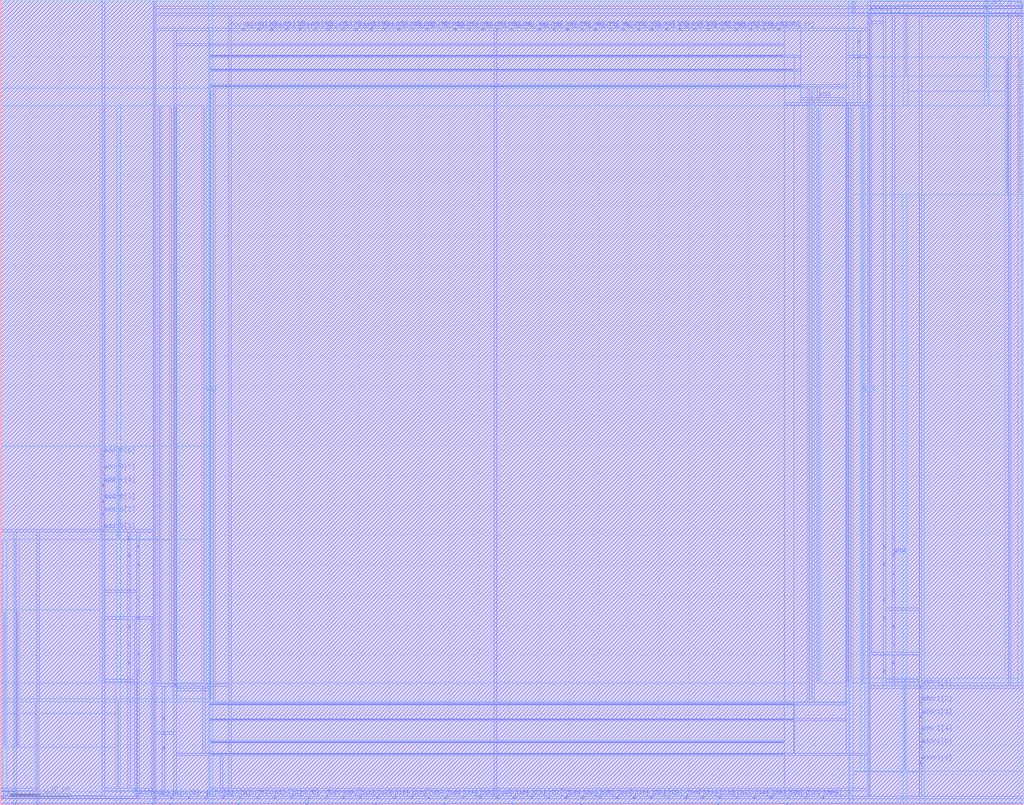
<source format=lef>
VERSION 5.4 ;
NAMESCASESENSITIVE ON ;
BUSBITCHARS "[]" ;
DIVIDERCHAR "/" ;
UNITS
  DATABASE MICRONS 2000 ;
END UNITS
MACRO freepdk45_sram_1w1r_128x40
   CLASS BLOCK ;
   SIZE 170.995 BY 134.51 ;
   SYMMETRY X Y R90 ;
   PIN din0[0]
      DIRECTION INPUT ;
      PORT
         LAYER metal3 ;
         RECT  25.725 1.1075 25.86 1.2425 ;
      END
   END din0[0]
   PIN din0[1]
      DIRECTION INPUT ;
      PORT
         LAYER metal3 ;
         RECT  28.585 1.1075 28.72 1.2425 ;
      END
   END din0[1]
   PIN din0[2]
      DIRECTION INPUT ;
      PORT
         LAYER metal3 ;
         RECT  31.445 1.1075 31.58 1.2425 ;
      END
   END din0[2]
   PIN din0[3]
      DIRECTION INPUT ;
      PORT
         LAYER metal3 ;
         RECT  34.305 1.1075 34.44 1.2425 ;
      END
   END din0[3]
   PIN din0[4]
      DIRECTION INPUT ;
      PORT
         LAYER metal3 ;
         RECT  37.165 1.1075 37.3 1.2425 ;
      END
   END din0[4]
   PIN din0[5]
      DIRECTION INPUT ;
      PORT
         LAYER metal3 ;
         RECT  40.025 1.1075 40.16 1.2425 ;
      END
   END din0[5]
   PIN din0[6]
      DIRECTION INPUT ;
      PORT
         LAYER metal3 ;
         RECT  42.885 1.1075 43.02 1.2425 ;
      END
   END din0[6]
   PIN din0[7]
      DIRECTION INPUT ;
      PORT
         LAYER metal3 ;
         RECT  45.745 1.1075 45.88 1.2425 ;
      END
   END din0[7]
   PIN din0[8]
      DIRECTION INPUT ;
      PORT
         LAYER metal3 ;
         RECT  48.605 1.1075 48.74 1.2425 ;
      END
   END din0[8]
   PIN din0[9]
      DIRECTION INPUT ;
      PORT
         LAYER metal3 ;
         RECT  51.465 1.1075 51.6 1.2425 ;
      END
   END din0[9]
   PIN din0[10]
      DIRECTION INPUT ;
      PORT
         LAYER metal3 ;
         RECT  54.325 1.1075 54.46 1.2425 ;
      END
   END din0[10]
   PIN din0[11]
      DIRECTION INPUT ;
      PORT
         LAYER metal3 ;
         RECT  57.185 1.1075 57.32 1.2425 ;
      END
   END din0[11]
   PIN din0[12]
      DIRECTION INPUT ;
      PORT
         LAYER metal3 ;
         RECT  60.045 1.1075 60.18 1.2425 ;
      END
   END din0[12]
   PIN din0[13]
      DIRECTION INPUT ;
      PORT
         LAYER metal3 ;
         RECT  62.905 1.1075 63.04 1.2425 ;
      END
   END din0[13]
   PIN din0[14]
      DIRECTION INPUT ;
      PORT
         LAYER metal3 ;
         RECT  65.765 1.1075 65.9 1.2425 ;
      END
   END din0[14]
   PIN din0[15]
      DIRECTION INPUT ;
      PORT
         LAYER metal3 ;
         RECT  68.625 1.1075 68.76 1.2425 ;
      END
   END din0[15]
   PIN din0[16]
      DIRECTION INPUT ;
      PORT
         LAYER metal3 ;
         RECT  71.485 1.1075 71.62 1.2425 ;
      END
   END din0[16]
   PIN din0[17]
      DIRECTION INPUT ;
      PORT
         LAYER metal3 ;
         RECT  74.345 1.1075 74.48 1.2425 ;
      END
   END din0[17]
   PIN din0[18]
      DIRECTION INPUT ;
      PORT
         LAYER metal3 ;
         RECT  77.205 1.1075 77.34 1.2425 ;
      END
   END din0[18]
   PIN din0[19]
      DIRECTION INPUT ;
      PORT
         LAYER metal3 ;
         RECT  80.065 1.1075 80.2 1.2425 ;
      END
   END din0[19]
   PIN din0[20]
      DIRECTION INPUT ;
      PORT
         LAYER metal3 ;
         RECT  82.925 1.1075 83.06 1.2425 ;
      END
   END din0[20]
   PIN din0[21]
      DIRECTION INPUT ;
      PORT
         LAYER metal3 ;
         RECT  85.785 1.1075 85.92 1.2425 ;
      END
   END din0[21]
   PIN din0[22]
      DIRECTION INPUT ;
      PORT
         LAYER metal3 ;
         RECT  88.645 1.1075 88.78 1.2425 ;
      END
   END din0[22]
   PIN din0[23]
      DIRECTION INPUT ;
      PORT
         LAYER metal3 ;
         RECT  91.505 1.1075 91.64 1.2425 ;
      END
   END din0[23]
   PIN din0[24]
      DIRECTION INPUT ;
      PORT
         LAYER metal3 ;
         RECT  94.365 1.1075 94.5 1.2425 ;
      END
   END din0[24]
   PIN din0[25]
      DIRECTION INPUT ;
      PORT
         LAYER metal3 ;
         RECT  97.225 1.1075 97.36 1.2425 ;
      END
   END din0[25]
   PIN din0[26]
      DIRECTION INPUT ;
      PORT
         LAYER metal3 ;
         RECT  100.085 1.1075 100.22 1.2425 ;
      END
   END din0[26]
   PIN din0[27]
      DIRECTION INPUT ;
      PORT
         LAYER metal3 ;
         RECT  102.945 1.1075 103.08 1.2425 ;
      END
   END din0[27]
   PIN din0[28]
      DIRECTION INPUT ;
      PORT
         LAYER metal3 ;
         RECT  105.805 1.1075 105.94 1.2425 ;
      END
   END din0[28]
   PIN din0[29]
      DIRECTION INPUT ;
      PORT
         LAYER metal3 ;
         RECT  108.665 1.1075 108.8 1.2425 ;
      END
   END din0[29]
   PIN din0[30]
      DIRECTION INPUT ;
      PORT
         LAYER metal3 ;
         RECT  111.525 1.1075 111.66 1.2425 ;
      END
   END din0[30]
   PIN din0[31]
      DIRECTION INPUT ;
      PORT
         LAYER metal3 ;
         RECT  114.385 1.1075 114.52 1.2425 ;
      END
   END din0[31]
   PIN din0[32]
      DIRECTION INPUT ;
      PORT
         LAYER metal3 ;
         RECT  117.245 1.1075 117.38 1.2425 ;
      END
   END din0[32]
   PIN din0[33]
      DIRECTION INPUT ;
      PORT
         LAYER metal3 ;
         RECT  120.105 1.1075 120.24 1.2425 ;
      END
   END din0[33]
   PIN din0[34]
      DIRECTION INPUT ;
      PORT
         LAYER metal3 ;
         RECT  122.965 1.1075 123.1 1.2425 ;
      END
   END din0[34]
   PIN din0[35]
      DIRECTION INPUT ;
      PORT
         LAYER metal3 ;
         RECT  125.825 1.1075 125.96 1.2425 ;
      END
   END din0[35]
   PIN din0[36]
      DIRECTION INPUT ;
      PORT
         LAYER metal3 ;
         RECT  128.685 1.1075 128.82 1.2425 ;
      END
   END din0[36]
   PIN din0[37]
      DIRECTION INPUT ;
      PORT
         LAYER metal3 ;
         RECT  131.545 1.1075 131.68 1.2425 ;
      END
   END din0[37]
   PIN din0[38]
      DIRECTION INPUT ;
      PORT
         LAYER metal3 ;
         RECT  134.405 1.1075 134.54 1.2425 ;
      END
   END din0[38]
   PIN din0[39]
      DIRECTION INPUT ;
      PORT
         LAYER metal3 ;
         RECT  137.265 1.1075 137.4 1.2425 ;
      END
   END din0[39]
   PIN addr0[0]
      DIRECTION INPUT ;
      PORT
         LAYER metal3 ;
         RECT  22.865 1.1075 23.0 1.2425 ;
      END
   END addr0[0]
   PIN addr0[1]
      DIRECTION INPUT ;
      PORT
         LAYER metal3 ;
         RECT  17.145 45.6975 17.28 45.8325 ;
      END
   END addr0[1]
   PIN addr0[2]
      DIRECTION INPUT ;
      PORT
         LAYER metal3 ;
         RECT  17.145 48.4275 17.28 48.5625 ;
      END
   END addr0[2]
   PIN addr0[3]
      DIRECTION INPUT ;
      PORT
         LAYER metal3 ;
         RECT  17.145 50.6375 17.28 50.7725 ;
      END
   END addr0[3]
   PIN addr0[4]
      DIRECTION INPUT ;
      PORT
         LAYER metal3 ;
         RECT  17.145 53.3675 17.28 53.5025 ;
      END
   END addr0[4]
   PIN addr0[5]
      DIRECTION INPUT ;
      PORT
         LAYER metal3 ;
         RECT  17.145 55.5775 17.28 55.7125 ;
      END
   END addr0[5]
   PIN addr0[6]
      DIRECTION INPUT ;
      PORT
         LAYER metal3 ;
         RECT  17.145 58.3075 17.28 58.4425 ;
      END
   END addr0[6]
   PIN addr1[0]
      DIRECTION INPUT ;
      PORT
         LAYER metal3 ;
         RECT  144.995 132.0025 145.13 132.1375 ;
      END
   END addr1[0]
   PIN addr1[1]
      DIRECTION INPUT ;
      PORT
         LAYER metal3 ;
         RECT  153.575 19.5675 153.71 19.7025 ;
      END
   END addr1[1]
   PIN addr1[2]
      DIRECTION INPUT ;
      PORT
         LAYER metal3 ;
         RECT  153.575 16.8375 153.71 16.9725 ;
      END
   END addr1[2]
   PIN addr1[3]
      DIRECTION INPUT ;
      PORT
         LAYER metal3 ;
         RECT  153.575 14.6275 153.71 14.7625 ;
      END
   END addr1[3]
   PIN addr1[4]
      DIRECTION INPUT ;
      PORT
         LAYER metal3 ;
         RECT  153.575 11.8975 153.71 12.0325 ;
      END
   END addr1[4]
   PIN addr1[5]
      DIRECTION INPUT ;
      PORT
         LAYER metal3 ;
         RECT  153.575 9.6875 153.71 9.8225 ;
      END
   END addr1[5]
   PIN addr1[6]
      DIRECTION INPUT ;
      PORT
         LAYER metal3 ;
         RECT  153.575 6.9575 153.71 7.0925 ;
      END
   END addr1[6]
   PIN csb0
      DIRECTION INPUT ;
      PORT
         LAYER metal3 ;
         RECT  0.285 1.1075 0.42 1.2425 ;
      END
   END csb0
   PIN csb1
      DIRECTION INPUT ;
      PORT
         LAYER metal3 ;
         RECT  170.575 133.2675 170.71 133.4025 ;
      END
   END csb1
   PIN clk0
      DIRECTION INPUT ;
      PORT
         LAYER metal3 ;
         RECT  6.2475 1.1925 6.3825 1.3275 ;
      END
   END clk0
   PIN clk1
      DIRECTION INPUT ;
      PORT
         LAYER metal3 ;
         RECT  164.4725 133.1825 164.6075 133.3175 ;
      END
   END clk1
   PIN dout1[0]
      DIRECTION OUTPUT ;
      PORT
         LAYER metal3 ;
         RECT  38.2975 129.515 38.4325 129.65 ;
      END
   END dout1[0]
   PIN dout1[1]
      DIRECTION OUTPUT ;
      PORT
         LAYER metal3 ;
         RECT  40.6475 129.515 40.7825 129.65 ;
      END
   END dout1[1]
   PIN dout1[2]
      DIRECTION OUTPUT ;
      PORT
         LAYER metal3 ;
         RECT  42.9975 129.515 43.1325 129.65 ;
      END
   END dout1[2]
   PIN dout1[3]
      DIRECTION OUTPUT ;
      PORT
         LAYER metal3 ;
         RECT  45.3475 129.515 45.4825 129.65 ;
      END
   END dout1[3]
   PIN dout1[4]
      DIRECTION OUTPUT ;
      PORT
         LAYER metal3 ;
         RECT  47.6975 129.515 47.8325 129.65 ;
      END
   END dout1[4]
   PIN dout1[5]
      DIRECTION OUTPUT ;
      PORT
         LAYER metal3 ;
         RECT  50.0475 129.515 50.1825 129.65 ;
      END
   END dout1[5]
   PIN dout1[6]
      DIRECTION OUTPUT ;
      PORT
         LAYER metal3 ;
         RECT  52.3975 129.515 52.5325 129.65 ;
      END
   END dout1[6]
   PIN dout1[7]
      DIRECTION OUTPUT ;
      PORT
         LAYER metal3 ;
         RECT  54.7475 129.515 54.8825 129.65 ;
      END
   END dout1[7]
   PIN dout1[8]
      DIRECTION OUTPUT ;
      PORT
         LAYER metal3 ;
         RECT  57.0975 129.515 57.2325 129.65 ;
      END
   END dout1[8]
   PIN dout1[9]
      DIRECTION OUTPUT ;
      PORT
         LAYER metal3 ;
         RECT  59.4475 129.515 59.5825 129.65 ;
      END
   END dout1[9]
   PIN dout1[10]
      DIRECTION OUTPUT ;
      PORT
         LAYER metal3 ;
         RECT  61.7975 129.515 61.9325 129.65 ;
      END
   END dout1[10]
   PIN dout1[11]
      DIRECTION OUTPUT ;
      PORT
         LAYER metal3 ;
         RECT  64.1475 129.515 64.2825 129.65 ;
      END
   END dout1[11]
   PIN dout1[12]
      DIRECTION OUTPUT ;
      PORT
         LAYER metal3 ;
         RECT  66.4975 129.515 66.6325 129.65 ;
      END
   END dout1[12]
   PIN dout1[13]
      DIRECTION OUTPUT ;
      PORT
         LAYER metal3 ;
         RECT  68.8475 129.515 68.9825 129.65 ;
      END
   END dout1[13]
   PIN dout1[14]
      DIRECTION OUTPUT ;
      PORT
         LAYER metal3 ;
         RECT  71.1975 129.515 71.3325 129.65 ;
      END
   END dout1[14]
   PIN dout1[15]
      DIRECTION OUTPUT ;
      PORT
         LAYER metal3 ;
         RECT  73.5475 129.515 73.6825 129.65 ;
      END
   END dout1[15]
   PIN dout1[16]
      DIRECTION OUTPUT ;
      PORT
         LAYER metal3 ;
         RECT  75.8975 129.515 76.0325 129.65 ;
      END
   END dout1[16]
   PIN dout1[17]
      DIRECTION OUTPUT ;
      PORT
         LAYER metal3 ;
         RECT  78.2475 129.515 78.3825 129.65 ;
      END
   END dout1[17]
   PIN dout1[18]
      DIRECTION OUTPUT ;
      PORT
         LAYER metal3 ;
         RECT  80.5975 129.515 80.7325 129.65 ;
      END
   END dout1[18]
   PIN dout1[19]
      DIRECTION OUTPUT ;
      PORT
         LAYER metal3 ;
         RECT  82.9475 129.515 83.0825 129.65 ;
      END
   END dout1[19]
   PIN dout1[20]
      DIRECTION OUTPUT ;
      PORT
         LAYER metal3 ;
         RECT  85.2975 129.515 85.4325 129.65 ;
      END
   END dout1[20]
   PIN dout1[21]
      DIRECTION OUTPUT ;
      PORT
         LAYER metal3 ;
         RECT  87.6475 129.515 87.7825 129.65 ;
      END
   END dout1[21]
   PIN dout1[22]
      DIRECTION OUTPUT ;
      PORT
         LAYER metal3 ;
         RECT  89.9975 129.515 90.1325 129.65 ;
      END
   END dout1[22]
   PIN dout1[23]
      DIRECTION OUTPUT ;
      PORT
         LAYER metal3 ;
         RECT  92.3475 129.515 92.4825 129.65 ;
      END
   END dout1[23]
   PIN dout1[24]
      DIRECTION OUTPUT ;
      PORT
         LAYER metal3 ;
         RECT  94.6975 129.515 94.8325 129.65 ;
      END
   END dout1[24]
   PIN dout1[25]
      DIRECTION OUTPUT ;
      PORT
         LAYER metal3 ;
         RECT  97.0475 129.515 97.1825 129.65 ;
      END
   END dout1[25]
   PIN dout1[26]
      DIRECTION OUTPUT ;
      PORT
         LAYER metal3 ;
         RECT  99.3975 129.515 99.5325 129.65 ;
      END
   END dout1[26]
   PIN dout1[27]
      DIRECTION OUTPUT ;
      PORT
         LAYER metal3 ;
         RECT  101.7475 129.515 101.8825 129.65 ;
      END
   END dout1[27]
   PIN dout1[28]
      DIRECTION OUTPUT ;
      PORT
         LAYER metal3 ;
         RECT  104.0975 129.515 104.2325 129.65 ;
      END
   END dout1[28]
   PIN dout1[29]
      DIRECTION OUTPUT ;
      PORT
         LAYER metal3 ;
         RECT  106.4475 129.515 106.5825 129.65 ;
      END
   END dout1[29]
   PIN dout1[30]
      DIRECTION OUTPUT ;
      PORT
         LAYER metal3 ;
         RECT  108.7975 129.515 108.9325 129.65 ;
      END
   END dout1[30]
   PIN dout1[31]
      DIRECTION OUTPUT ;
      PORT
         LAYER metal3 ;
         RECT  111.1475 129.515 111.2825 129.65 ;
      END
   END dout1[31]
   PIN dout1[32]
      DIRECTION OUTPUT ;
      PORT
         LAYER metal3 ;
         RECT  113.4975 129.515 113.6325 129.65 ;
      END
   END dout1[32]
   PIN dout1[33]
      DIRECTION OUTPUT ;
      PORT
         LAYER metal3 ;
         RECT  115.8475 129.515 115.9825 129.65 ;
      END
   END dout1[33]
   PIN dout1[34]
      DIRECTION OUTPUT ;
      PORT
         LAYER metal3 ;
         RECT  118.1975 129.515 118.3325 129.65 ;
      END
   END dout1[34]
   PIN dout1[35]
      DIRECTION OUTPUT ;
      PORT
         LAYER metal3 ;
         RECT  120.5475 129.515 120.6825 129.65 ;
      END
   END dout1[35]
   PIN dout1[36]
      DIRECTION OUTPUT ;
      PORT
         LAYER metal3 ;
         RECT  122.8975 129.515 123.0325 129.65 ;
      END
   END dout1[36]
   PIN dout1[37]
      DIRECTION OUTPUT ;
      PORT
         LAYER metal3 ;
         RECT  125.2475 129.515 125.3825 129.65 ;
      END
   END dout1[37]
   PIN dout1[38]
      DIRECTION OUTPUT ;
      PORT
         LAYER metal3 ;
         RECT  127.5975 129.515 127.7325 129.65 ;
      END
   END dout1[38]
   PIN dout1[39]
      DIRECTION OUTPUT ;
      PORT
         LAYER metal3 ;
         RECT  129.9475 129.515 130.0825 129.65 ;
      END
   END dout1[39]
   PIN vdd
      DIRECTION INOUT ;
      USE POWER ; 
      SHAPE ABUTMENT ; 
      PORT
         LAYER metal4 ;
         RECT  142.005 20.67 142.145 116.56 ;
         LAYER metal4 ;
         RECT  170.1675 102.26 170.3075 124.6625 ;
         LAYER metal4 ;
         RECT  35.045 17.5 35.185 119.41 ;
         LAYER metal3 ;
         RECT  82.6425 2.4725 82.7775 2.6075 ;
         LAYER metal3 ;
         RECT  71.2025 2.4725 71.3375 2.6075 ;
         LAYER metal4 ;
         RECT  16.86 44.59 17.0 59.55 ;
         LAYER metal3 ;
         RECT  29.135 19.965 29.27 20.1 ;
         LAYER metal4 ;
         RECT  135.475 17.5 135.615 119.41 ;
         LAYER metal3 ;
         RECT  22.9625 31.1375 23.0975 31.2725 ;
         LAYER metal3 ;
         RECT  35.1125 8.415 130.7525 8.485 ;
         LAYER metal3 ;
         RECT  147.5625 25.1575 147.6975 25.2925 ;
         LAYER metal4 ;
         RECT  136.555 20.67 136.695 116.49 ;
         LAYER metal3 ;
         RECT  116.9625 2.4725 117.0975 2.6075 ;
         LAYER metal3 ;
         RECT  147.5625 43.0975 147.6975 43.2325 ;
         LAYER metal4 ;
         RECT  19.58 2.47 19.72 17.43 ;
         LAYER metal3 ;
         RECT  2.425 2.4725 2.56 2.6075 ;
         LAYER metal3 ;
         RECT  22.9625 22.1675 23.0975 22.3025 ;
         LAYER metal3 ;
         RECT  22.9625 43.0975 23.0975 43.2325 ;
         LAYER metal3 ;
         RECT  27.225 11.9075 27.36 12.0425 ;
         LAYER metal3 ;
         RECT  35.1125 126.9575 130.7525 127.0275 ;
         LAYER metal3 ;
         RECT  22.9625 34.1275 23.0975 34.2625 ;
         LAYER metal3 ;
         RECT  141.39 117.06 141.525 117.195 ;
         LAYER metal4 ;
         RECT  0.6875 9.8475 0.8275 32.25 ;
         LAYER metal4 ;
         RECT  151.135 122.02 151.275 132.04 ;
         LAYER metal4 ;
         RECT  28.515 20.67 28.655 116.56 ;
         LAYER metal3 ;
         RECT  35.1125 120.105 133.5725 120.175 ;
         LAYER metal3 ;
         RECT  22.5825 2.4725 22.7175 2.6075 ;
         LAYER metal3 ;
         RECT  168.435 131.9025 168.57 132.0375 ;
         LAYER metal3 ;
         RECT  145.2775 130.6375 145.4125 130.7725 ;
         LAYER metal3 ;
         RECT  25.4425 2.4725 25.5775 2.6075 ;
         LAYER metal4 ;
         RECT  153.855 5.85 153.995 20.81 ;
         LAYER metal3 ;
         RECT  147.5625 22.1675 147.6975 22.3025 ;
         LAYER metal3 ;
         RECT  33.9675 19.1775 34.1025 19.3125 ;
         LAYER metal4 ;
         RECT  33.965 20.67 34.105 116.49 ;
         LAYER metal3 ;
         RECT  94.0825 2.4725 94.2175 2.6075 ;
         LAYER metal3 ;
         RECT  22.9625 25.1575 23.0975 25.2925 ;
         LAYER metal3 ;
         RECT  147.5625 40.1075 147.6975 40.2425 ;
         LAYER metal3 ;
         RECT  48.3225 2.4725 48.4575 2.6075 ;
         LAYER metal3 ;
         RECT  22.9625 40.1075 23.0975 40.2425 ;
         LAYER metal3 ;
         RECT  147.5625 34.1275 147.6975 34.2625 ;
         LAYER metal3 ;
         RECT  59.7625 2.4725 59.8975 2.6075 ;
         LAYER metal3 ;
         RECT  128.4025 2.4725 128.5375 2.6075 ;
         LAYER metal3 ;
         RECT  36.8825 2.4725 37.0175 2.6075 ;
         LAYER metal3 ;
         RECT  147.5625 31.1375 147.6975 31.2725 ;
         LAYER metal3 ;
         RECT  143.3 124.9375 143.435 125.0725 ;
         LAYER metal3 ;
         RECT  105.5225 2.4725 105.6575 2.6075 ;
         LAYER metal3 ;
         RECT  35.1125 16.805 132.3975 16.875 ;
         LAYER metal3 ;
         RECT  136.5575 117.8475 136.6925 117.9825 ;
      END
   END vdd
   PIN gnd
      DIRECTION INOUT ;
      USE GROUND ; 
      SHAPE ABUTMENT ; 
      PORT
         LAYER metal3 ;
         RECT  21.435 35.6225 21.57 35.7575 ;
         LAYER metal3 ;
         RECT  149.09 32.6325 149.225 32.7675 ;
         LAYER metal4 ;
         RECT  6.105 0.0 6.245 14.96 ;
         LAYER metal4 ;
         RECT  150.995 5.785 151.135 20.875 ;
         LAYER metal4 ;
         RECT  141.445 20.6375 141.585 116.5225 ;
         LAYER metal4 ;
         RECT  19.72 44.525 19.86 59.615 ;
         LAYER metal4 ;
         RECT  29.075 20.6375 29.215 116.5225 ;
         LAYER metal3 ;
         RECT  143.3 127.4075 143.435 127.5425 ;
         LAYER metal3 ;
         RECT  149.09 26.6525 149.225 26.7875 ;
         LAYER metal3 ;
         RECT  51.1825 0.0025 51.3175 0.1375 ;
         LAYER metal3 ;
         RECT  21.435 20.6725 21.57 20.8075 ;
         LAYER metal4 ;
         RECT  2.75 9.88 2.89 32.2825 ;
         LAYER metal4 ;
         RECT  26.58 20.6375 26.72 116.56 ;
         LAYER metal3 ;
         RECT  85.5025 0.0025 85.6375 0.1375 ;
         LAYER metal3 ;
         RECT  149.09 38.6125 149.225 38.7475 ;
         LAYER metal3 ;
         RECT  21.435 26.6525 21.57 26.7875 ;
         LAYER metal3 ;
         RECT  27.225 9.4375 27.36 9.5725 ;
         LAYER metal4 ;
         RECT  35.505 17.5 35.645 119.41 ;
         LAYER metal3 ;
         RECT  28.3025 0.0025 28.4375 0.1375 ;
         LAYER metal3 ;
         RECT  35.1125 125.065 130.7875 125.135 ;
         LAYER metal3 ;
         RECT  149.09 29.6425 149.225 29.7775 ;
         LAYER metal3 ;
         RECT  35.1125 10.465 130.7525 10.535 ;
         LAYER metal3 ;
         RECT  143.3 122.4675 143.435 122.6025 ;
         LAYER metal3 ;
         RECT  35.1125 14.185 132.43 14.255 ;
         LAYER metal4 ;
         RECT  168.105 102.2275 168.245 124.63 ;
         LAYER metal3 ;
         RECT  27.225 14.3775 27.36 14.5125 ;
         LAYER metal3 ;
         RECT  149.09 20.6725 149.225 20.8075 ;
         LAYER metal3 ;
         RECT  21.435 44.5925 21.57 44.7275 ;
         LAYER metal4 ;
         RECT  135.015 17.5 135.155 119.41 ;
         LAYER metal3 ;
         RECT  168.435 134.3725 168.57 134.5075 ;
         LAYER metal3 ;
         RECT  142.4175 133.1075 142.5525 133.2425 ;
         LAYER metal3 ;
         RECT  21.435 38.6125 21.57 38.7475 ;
         LAYER metal3 ;
         RECT  119.8225 0.0025 119.9575 0.1375 ;
         LAYER metal3 ;
         RECT  149.09 23.6625 149.225 23.7975 ;
         LAYER metal3 ;
         RECT  2.425 0.0025 2.56 0.1375 ;
         LAYER metal4 ;
         RECT  164.61 119.55 164.75 134.51 ;
         LAYER metal3 ;
         RECT  149.09 44.5925 149.225 44.7275 ;
         LAYER metal4 ;
         RECT  143.94 20.6375 144.08 116.56 ;
         LAYER metal3 ;
         RECT  62.6225 0.0025 62.7575 0.1375 ;
         LAYER metal3 ;
         RECT  21.435 29.6425 21.57 29.7775 ;
         LAYER metal3 ;
         RECT  149.09 35.6225 149.225 35.7575 ;
         LAYER metal3 ;
         RECT  35.1125 122.725 132.43 122.795 ;
         LAYER metal3 ;
         RECT  39.7425 0.0025 39.8775 0.1375 ;
         LAYER metal3 ;
         RECT  74.0625 0.0025 74.1975 0.1375 ;
         LAYER metal3 ;
         RECT  21.435 32.6325 21.57 32.7675 ;
         LAYER metal3 ;
         RECT  25.4425 0.0025 25.5775 0.1375 ;
         LAYER metal3 ;
         RECT  96.9425 0.0025 97.0775 0.1375 ;
         LAYER metal3 ;
         RECT  21.435 41.6025 21.57 41.7375 ;
         LAYER metal3 ;
         RECT  131.2625 0.0025 131.3975 0.1375 ;
         LAYER metal3 ;
         RECT  21.435 23.6625 21.57 23.7975 ;
         LAYER metal3 ;
         RECT  108.3825 0.0025 108.5175 0.1375 ;
         LAYER metal3 ;
         RECT  149.09 41.6025 149.225 41.7375 ;
      END
   END gnd
   OBS
   LAYER  metal1 ;
      RECT  0.14 0.14 170.855 134.37 ;
   LAYER  metal2 ;
      RECT  0.14 0.14 170.855 134.37 ;
   LAYER  metal3 ;
      RECT  26.0 0.9675 28.445 1.3825 ;
      RECT  28.86 0.9675 31.305 1.3825 ;
      RECT  31.72 0.9675 34.165 1.3825 ;
      RECT  34.58 0.9675 37.025 1.3825 ;
      RECT  37.44 0.9675 39.885 1.3825 ;
      RECT  40.3 0.9675 42.745 1.3825 ;
      RECT  43.16 0.9675 45.605 1.3825 ;
      RECT  46.02 0.9675 48.465 1.3825 ;
      RECT  48.88 0.9675 51.325 1.3825 ;
      RECT  51.74 0.9675 54.185 1.3825 ;
      RECT  54.6 0.9675 57.045 1.3825 ;
      RECT  57.46 0.9675 59.905 1.3825 ;
      RECT  60.32 0.9675 62.765 1.3825 ;
      RECT  63.18 0.9675 65.625 1.3825 ;
      RECT  66.04 0.9675 68.485 1.3825 ;
      RECT  68.9 0.9675 71.345 1.3825 ;
      RECT  71.76 0.9675 74.205 1.3825 ;
      RECT  74.62 0.9675 77.065 1.3825 ;
      RECT  77.48 0.9675 79.925 1.3825 ;
      RECT  80.34 0.9675 82.785 1.3825 ;
      RECT  83.2 0.9675 85.645 1.3825 ;
      RECT  86.06 0.9675 88.505 1.3825 ;
      RECT  88.92 0.9675 91.365 1.3825 ;
      RECT  91.78 0.9675 94.225 1.3825 ;
      RECT  94.64 0.9675 97.085 1.3825 ;
      RECT  97.5 0.9675 99.945 1.3825 ;
      RECT  100.36 0.9675 102.805 1.3825 ;
      RECT  103.22 0.9675 105.665 1.3825 ;
      RECT  106.08 0.9675 108.525 1.3825 ;
      RECT  108.94 0.9675 111.385 1.3825 ;
      RECT  111.8 0.9675 114.245 1.3825 ;
      RECT  114.66 0.9675 117.105 1.3825 ;
      RECT  117.52 0.9675 119.965 1.3825 ;
      RECT  120.38 0.9675 122.825 1.3825 ;
      RECT  123.24 0.9675 125.685 1.3825 ;
      RECT  126.1 0.9675 128.545 1.3825 ;
      RECT  128.96 0.9675 131.405 1.3825 ;
      RECT  131.82 0.9675 134.265 1.3825 ;
      RECT  134.68 0.9675 137.125 1.3825 ;
      RECT  137.54 0.9675 170.855 1.3825 ;
      RECT  23.14 0.9675 25.585 1.3825 ;
      RECT  0.14 45.5575 17.005 45.9725 ;
      RECT  0.14 45.9725 17.005 134.37 ;
      RECT  17.005 1.3825 17.42 45.5575 ;
      RECT  17.42 45.5575 25.585 45.9725 ;
      RECT  17.42 45.9725 25.585 134.37 ;
      RECT  17.005 45.9725 17.42 48.2875 ;
      RECT  17.005 48.7025 17.42 50.4975 ;
      RECT  17.005 50.9125 17.42 53.2275 ;
      RECT  17.005 53.6425 17.42 55.4375 ;
      RECT  17.005 55.8525 17.42 58.1675 ;
      RECT  17.005 58.5825 17.42 134.37 ;
      RECT  26.0 131.8625 144.855 132.2775 ;
      RECT  144.855 132.2775 145.27 134.37 ;
      RECT  145.27 1.3825 153.435 19.4275 ;
      RECT  145.27 19.4275 153.435 19.8425 ;
      RECT  153.435 19.8425 153.85 131.8625 ;
      RECT  153.85 1.3825 170.855 19.4275 ;
      RECT  153.85 19.4275 170.855 19.8425 ;
      RECT  153.435 17.1125 153.85 19.4275 ;
      RECT  153.435 14.9025 153.85 16.6975 ;
      RECT  153.435 12.1725 153.85 14.4875 ;
      RECT  153.435 9.9625 153.85 11.7575 ;
      RECT  153.435 1.3825 153.85 6.8175 ;
      RECT  153.435 7.2325 153.85 9.5475 ;
      RECT  0.14 0.9675 0.145 1.3825 ;
      RECT  170.435 132.2775 170.85 133.1275 ;
      RECT  170.435 133.5425 170.85 134.37 ;
      RECT  170.85 132.2775 170.855 133.1275 ;
      RECT  170.85 133.1275 170.855 133.5425 ;
      RECT  170.85 133.5425 170.855 134.37 ;
      RECT  0.14 1.3825 6.1075 1.4675 ;
      RECT  6.1075 1.4675 6.5225 45.5575 ;
      RECT  6.5225 1.3825 17.005 1.4675 ;
      RECT  6.5225 1.4675 17.005 45.5575 ;
      RECT  0.56 0.9675 6.1075 1.0525 ;
      RECT  0.56 1.0525 6.1075 1.3825 ;
      RECT  6.1075 0.9675 6.5225 1.0525 ;
      RECT  6.5225 0.9675 22.725 1.0525 ;
      RECT  6.5225 1.0525 22.725 1.3825 ;
      RECT  145.27 132.2775 164.3325 133.0425 ;
      RECT  145.27 133.0425 164.3325 133.1275 ;
      RECT  164.3325 132.2775 164.7475 133.0425 ;
      RECT  164.7475 132.2775 170.435 133.0425 ;
      RECT  164.7475 133.0425 170.435 133.1275 ;
      RECT  145.27 133.1275 164.3325 133.4575 ;
      RECT  145.27 133.4575 164.3325 133.5425 ;
      RECT  164.3325 133.4575 164.7475 133.5425 ;
      RECT  164.7475 133.1275 170.435 133.4575 ;
      RECT  164.7475 133.4575 170.435 133.5425 ;
      RECT  26.0 129.375 38.1575 129.79 ;
      RECT  26.0 129.79 38.1575 131.8625 ;
      RECT  38.1575 129.79 38.5725 131.8625 ;
      RECT  38.5725 129.79 144.855 131.8625 ;
      RECT  38.5725 129.375 40.5075 129.79 ;
      RECT  40.9225 129.375 42.8575 129.79 ;
      RECT  43.2725 129.375 45.2075 129.79 ;
      RECT  45.6225 129.375 47.5575 129.79 ;
      RECT  47.9725 129.375 49.9075 129.79 ;
      RECT  50.3225 129.375 52.2575 129.79 ;
      RECT  52.6725 129.375 54.6075 129.79 ;
      RECT  55.0225 129.375 56.9575 129.79 ;
      RECT  57.3725 129.375 59.3075 129.79 ;
      RECT  59.7225 129.375 61.6575 129.79 ;
      RECT  62.0725 129.375 64.0075 129.79 ;
      RECT  64.4225 129.375 66.3575 129.79 ;
      RECT  66.7725 129.375 68.7075 129.79 ;
      RECT  69.1225 129.375 71.0575 129.79 ;
      RECT  71.4725 129.375 73.4075 129.79 ;
      RECT  73.8225 129.375 75.7575 129.79 ;
      RECT  76.1725 129.375 78.1075 129.79 ;
      RECT  78.5225 129.375 80.4575 129.79 ;
      RECT  80.8725 129.375 82.8075 129.79 ;
      RECT  83.2225 129.375 85.1575 129.79 ;
      RECT  85.5725 129.375 87.5075 129.79 ;
      RECT  87.9225 129.375 89.8575 129.79 ;
      RECT  90.2725 129.375 92.2075 129.79 ;
      RECT  92.6225 129.375 94.5575 129.79 ;
      RECT  94.9725 129.375 96.9075 129.79 ;
      RECT  97.3225 129.375 99.2575 129.79 ;
      RECT  99.6725 129.375 101.6075 129.79 ;
      RECT  102.0225 129.375 103.9575 129.79 ;
      RECT  104.3725 129.375 106.3075 129.79 ;
      RECT  106.7225 129.375 108.6575 129.79 ;
      RECT  109.0725 129.375 111.0075 129.79 ;
      RECT  111.4225 129.375 113.3575 129.79 ;
      RECT  113.7725 129.375 115.7075 129.79 ;
      RECT  116.1225 129.375 118.0575 129.79 ;
      RECT  118.4725 129.375 120.4075 129.79 ;
      RECT  120.8225 129.375 122.7575 129.79 ;
      RECT  123.1725 129.375 125.1075 129.79 ;
      RECT  125.5225 129.375 127.4575 129.79 ;
      RECT  127.8725 129.375 129.8075 129.79 ;
      RECT  130.2225 129.375 144.855 129.79 ;
      RECT  38.5725 1.3825 82.5025 2.3325 ;
      RECT  82.5025 1.3825 82.9175 2.3325 ;
      RECT  82.9175 1.3825 144.855 2.3325 ;
      RECT  71.4775 2.3325 82.5025 2.7475 ;
      RECT  26.0 19.825 28.995 20.24 ;
      RECT  26.0 20.24 28.995 129.375 ;
      RECT  28.995 1.3825 29.41 19.825 ;
      RECT  28.995 20.24 29.41 129.375 ;
      RECT  29.41 19.825 38.1575 20.24 ;
      RECT  17.42 30.9975 22.8225 31.4125 ;
      RECT  23.2375 30.9975 25.585 31.4125 ;
      RECT  23.2375 31.4125 25.585 45.5575 ;
      RECT  38.1575 1.3825 38.5725 8.275 ;
      RECT  38.5725 2.7475 82.5025 8.275 ;
      RECT  82.5025 2.7475 82.9175 8.275 ;
      RECT  82.9175 2.7475 130.8925 8.275 ;
      RECT  130.8925 2.7475 144.855 8.275 ;
      RECT  130.8925 8.275 144.855 8.625 ;
      RECT  29.41 1.3825 34.9725 8.275 ;
      RECT  29.41 8.275 34.9725 8.625 ;
      RECT  145.27 19.8425 147.4225 25.0175 ;
      RECT  145.27 25.0175 147.4225 25.4325 ;
      RECT  147.8375 25.0175 153.435 25.4325 ;
      RECT  147.4225 43.3725 147.8375 131.8625 ;
      RECT  0.14 1.4675 2.285 2.3325 ;
      RECT  0.14 2.3325 2.285 2.7475 ;
      RECT  0.14 2.7475 2.285 45.5575 ;
      RECT  2.285 1.4675 2.7 2.3325 ;
      RECT  2.285 2.7475 2.7 45.5575 ;
      RECT  2.7 1.4675 6.1075 2.3325 ;
      RECT  2.7 2.3325 6.1075 2.7475 ;
      RECT  2.7 2.7475 6.1075 45.5575 ;
      RECT  22.8225 43.3725 23.2375 45.5575 ;
      RECT  26.0 1.3825 27.085 11.7675 ;
      RECT  26.0 11.7675 27.085 12.1825 ;
      RECT  26.0 12.1825 27.085 19.825 ;
      RECT  27.5 1.3825 28.995 11.7675 ;
      RECT  27.5 11.7675 28.995 12.1825 ;
      RECT  27.5 12.1825 28.995 19.825 ;
      RECT  29.41 20.24 34.9725 126.8175 ;
      RECT  29.41 126.8175 34.9725 127.1675 ;
      RECT  29.41 127.1675 34.9725 129.375 ;
      RECT  34.9725 127.1675 38.1575 129.375 ;
      RECT  38.1575 127.1675 38.5725 129.375 ;
      RECT  38.5725 127.1675 82.5025 129.375 ;
      RECT  82.5025 127.1675 82.9175 129.375 ;
      RECT  82.9175 127.1675 130.8925 129.375 ;
      RECT  22.8225 31.4125 23.2375 33.9875 ;
      RECT  130.8925 116.92 141.25 117.335 ;
      RECT  141.25 8.625 141.665 116.92 ;
      RECT  141.25 117.335 141.665 129.375 ;
      RECT  141.665 8.625 144.855 116.92 ;
      RECT  141.665 116.92 144.855 117.335 ;
      RECT  34.9725 20.24 38.1575 119.965 ;
      RECT  130.8925 117.335 133.7125 119.965 ;
      RECT  133.7125 119.965 141.25 120.315 ;
      RECT  133.7125 120.315 141.25 129.375 ;
      RECT  17.42 1.3825 22.4425 2.3325 ;
      RECT  17.42 2.3325 22.4425 2.7475 ;
      RECT  22.4425 1.3825 22.8225 2.3325 ;
      RECT  22.4425 2.7475 22.8225 30.9975 ;
      RECT  22.8225 1.3825 22.8575 2.3325 ;
      RECT  22.8225 2.7475 22.8575 22.0275 ;
      RECT  22.8575 1.3825 23.2375 2.3325 ;
      RECT  22.8575 2.3325 23.2375 2.7475 ;
      RECT  22.8575 2.7475 23.2375 22.0275 ;
      RECT  145.27 131.8625 168.295 132.1775 ;
      RECT  145.27 132.1775 168.295 132.2775 ;
      RECT  168.295 132.1775 168.71 132.2775 ;
      RECT  168.71 131.8625 170.855 132.1775 ;
      RECT  168.71 132.1775 170.855 132.2775 ;
      RECT  153.85 19.8425 168.295 131.7625 ;
      RECT  153.85 131.7625 168.295 131.8625 ;
      RECT  168.295 19.8425 168.71 131.7625 ;
      RECT  168.71 19.8425 170.855 131.7625 ;
      RECT  168.71 131.7625 170.855 131.8625 ;
      RECT  144.855 1.3825 145.1375 130.4975 ;
      RECT  144.855 130.4975 145.1375 130.9125 ;
      RECT  144.855 130.9125 145.1375 131.8625 ;
      RECT  145.1375 1.3825 145.27 130.4975 ;
      RECT  145.1375 130.9125 145.27 131.8625 ;
      RECT  145.27 25.4325 145.5525 130.4975 ;
      RECT  145.27 130.9125 145.5525 131.8625 ;
      RECT  145.5525 25.4325 147.4225 130.4975 ;
      RECT  145.5525 130.4975 147.4225 130.9125 ;
      RECT  145.5525 130.9125 147.4225 131.8625 ;
      RECT  25.585 1.3825 25.7175 2.3325 ;
      RECT  25.585 2.7475 25.7175 134.37 ;
      RECT  25.7175 1.3825 26.0 2.3325 ;
      RECT  25.7175 2.3325 26.0 2.7475 ;
      RECT  25.7175 2.7475 26.0 134.37 ;
      RECT  23.2375 1.3825 25.3025 2.3325 ;
      RECT  23.2375 2.3325 25.3025 2.7475 ;
      RECT  23.2375 2.7475 25.3025 30.9975 ;
      RECT  25.3025 1.3825 25.585 2.3325 ;
      RECT  25.3025 2.7475 25.585 30.9975 ;
      RECT  147.4225 19.8425 147.8375 22.0275 ;
      RECT  147.4225 22.4425 147.8375 25.0175 ;
      RECT  29.41 8.625 33.8275 19.0375 ;
      RECT  29.41 19.0375 33.8275 19.4525 ;
      RECT  29.41 19.4525 33.8275 19.825 ;
      RECT  33.8275 8.625 34.2425 19.0375 ;
      RECT  33.8275 19.4525 34.2425 19.825 ;
      RECT  34.2425 8.625 34.9725 19.0375 ;
      RECT  34.2425 19.0375 34.9725 19.4525 ;
      RECT  34.2425 19.4525 34.9725 19.825 ;
      RECT  82.9175 2.3325 93.9425 2.7475 ;
      RECT  22.8225 22.4425 23.2375 25.0175 ;
      RECT  22.8225 25.4325 23.2375 30.9975 ;
      RECT  147.4225 40.3825 147.8375 42.9575 ;
      RECT  38.5725 2.3325 48.1825 2.7475 ;
      RECT  22.8225 34.4025 23.2375 39.9675 ;
      RECT  22.8225 40.3825 23.2375 42.9575 ;
      RECT  147.4225 34.4025 147.8375 39.9675 ;
      RECT  48.5975 2.3325 59.6225 2.7475 ;
      RECT  60.0375 2.3325 71.0625 2.7475 ;
      RECT  117.2375 2.3325 128.2625 2.7475 ;
      RECT  128.6775 2.3325 144.855 2.7475 ;
      RECT  34.9725 1.3825 36.7425 2.3325 ;
      RECT  34.9725 2.3325 36.7425 2.7475 ;
      RECT  34.9725 2.7475 36.7425 8.275 ;
      RECT  36.7425 1.3825 37.1575 2.3325 ;
      RECT  36.7425 2.7475 37.1575 8.275 ;
      RECT  37.1575 1.3825 38.1575 2.3325 ;
      RECT  37.1575 2.3325 38.1575 2.7475 ;
      RECT  37.1575 2.7475 38.1575 8.275 ;
      RECT  147.4225 25.4325 147.8375 30.9975 ;
      RECT  147.4225 31.4125 147.8375 33.9875 ;
      RECT  141.665 117.335 143.16 124.7975 ;
      RECT  141.665 124.7975 143.16 125.2125 ;
      RECT  141.665 125.2125 143.16 129.375 ;
      RECT  143.575 117.335 144.855 124.7975 ;
      RECT  143.575 124.7975 144.855 125.2125 ;
      RECT  143.575 125.2125 144.855 129.375 ;
      RECT  94.3575 2.3325 105.3825 2.7475 ;
      RECT  105.7975 2.3325 116.8225 2.7475 ;
      RECT  34.9725 17.015 38.1575 19.825 ;
      RECT  130.8925 17.015 132.5375 116.92 ;
      RECT  132.5375 16.665 141.25 17.015 ;
      RECT  132.5375 17.015 141.25 116.92 ;
      RECT  38.1575 17.015 38.5725 119.965 ;
      RECT  38.5725 17.015 82.5025 119.965 ;
      RECT  82.5025 17.015 82.9175 119.965 ;
      RECT  82.9175 17.015 130.8925 119.965 ;
      RECT  133.7125 117.335 136.4175 117.7075 ;
      RECT  133.7125 117.7075 136.4175 118.1225 ;
      RECT  133.7125 118.1225 136.4175 119.965 ;
      RECT  136.4175 117.335 136.8325 117.7075 ;
      RECT  136.4175 118.1225 136.8325 119.965 ;
      RECT  136.8325 117.335 141.25 117.7075 ;
      RECT  136.8325 117.7075 141.25 118.1225 ;
      RECT  136.8325 118.1225 141.25 119.965 ;
      RECT  17.42 31.4125 21.295 35.4825 ;
      RECT  17.42 35.4825 21.295 35.8975 ;
      RECT  17.42 35.8975 21.295 45.5575 ;
      RECT  21.71 31.4125 22.8225 35.4825 ;
      RECT  21.71 35.4825 22.8225 35.8975 ;
      RECT  21.71 35.8975 22.8225 45.5575 ;
      RECT  147.8375 25.4325 148.95 32.4925 ;
      RECT  147.8375 32.4925 148.95 32.9075 ;
      RECT  147.8375 32.9075 148.95 131.8625 ;
      RECT  149.365 25.4325 153.435 32.4925 ;
      RECT  149.365 32.4925 153.435 32.9075 ;
      RECT  149.365 32.9075 153.435 131.8625 ;
      RECT  143.16 125.2125 143.575 127.2675 ;
      RECT  143.16 127.6825 143.575 129.375 ;
      RECT  148.95 25.4325 149.365 26.5125 ;
      RECT  26.0 0.2775 51.0425 0.9675 ;
      RECT  51.0425 0.2775 51.4575 0.9675 ;
      RECT  51.4575 0.2775 170.855 0.9675 ;
      RECT  17.42 2.7475 21.295 20.5325 ;
      RECT  17.42 20.5325 21.295 20.9475 ;
      RECT  17.42 20.9475 21.295 30.9975 ;
      RECT  21.295 2.7475 21.71 20.5325 ;
      RECT  21.71 2.7475 22.4425 20.5325 ;
      RECT  21.71 20.5325 22.4425 20.9475 ;
      RECT  21.71 20.9475 22.4425 30.9975 ;
      RECT  27.085 1.3825 27.5 9.2975 ;
      RECT  27.085 9.7125 27.5 11.7675 ;
      RECT  26.0 0.14 28.1625 0.2775 ;
      RECT  34.9725 125.275 38.1575 126.8175 ;
      RECT  38.1575 125.275 38.5725 126.8175 ;
      RECT  38.5725 125.275 82.5025 126.8175 ;
      RECT  82.5025 125.275 82.9175 126.8175 ;
      RECT  82.9175 125.275 130.8925 126.8175 ;
      RECT  130.8925 125.275 130.9275 129.375 ;
      RECT  130.9275 124.925 133.7125 125.275 ;
      RECT  130.9275 125.275 133.7125 129.375 ;
      RECT  148.95 26.9275 149.365 29.5025 ;
      RECT  148.95 29.9175 149.365 32.4925 ;
      RECT  34.9725 8.625 38.1575 10.325 ;
      RECT  38.1575 8.625 38.5725 10.325 ;
      RECT  38.5725 8.625 82.5025 10.325 ;
      RECT  82.5025 8.625 82.9175 10.325 ;
      RECT  82.9175 8.625 130.8925 10.325 ;
      RECT  143.16 117.335 143.575 122.3275 ;
      RECT  143.16 122.7425 143.575 124.7975 ;
      RECT  130.8925 8.625 132.5375 14.045 ;
      RECT  130.8925 14.395 132.5375 16.665 ;
      RECT  132.5375 8.625 132.57 14.045 ;
      RECT  132.5375 14.395 132.57 16.665 ;
      RECT  132.57 8.625 141.25 14.045 ;
      RECT  132.57 14.045 141.25 14.395 ;
      RECT  132.57 14.395 141.25 16.665 ;
      RECT  34.9725 10.675 38.1575 14.045 ;
      RECT  34.9725 14.395 38.1575 16.665 ;
      RECT  38.1575 10.675 38.5725 14.045 ;
      RECT  38.1575 14.395 38.5725 16.665 ;
      RECT  38.5725 10.675 82.5025 14.045 ;
      RECT  38.5725 14.395 82.5025 16.665 ;
      RECT  82.5025 10.675 82.9175 14.045 ;
      RECT  82.5025 14.395 82.9175 16.665 ;
      RECT  82.9175 10.675 130.8925 14.045 ;
      RECT  82.9175 14.395 130.8925 16.665 ;
      RECT  27.085 12.1825 27.5 14.2375 ;
      RECT  27.085 14.6525 27.5 19.825 ;
      RECT  147.8375 19.8425 148.95 20.5325 ;
      RECT  147.8375 20.5325 148.95 20.9475 ;
      RECT  147.8375 20.9475 148.95 25.0175 ;
      RECT  148.95 19.8425 149.365 20.5325 ;
      RECT  149.365 19.8425 153.435 20.5325 ;
      RECT  149.365 20.5325 153.435 20.9475 ;
      RECT  149.365 20.9475 153.435 25.0175 ;
      RECT  21.295 44.8675 21.71 45.5575 ;
      RECT  145.27 133.5425 168.295 134.2325 ;
      RECT  145.27 134.2325 168.295 134.37 ;
      RECT  168.295 133.5425 168.71 134.2325 ;
      RECT  168.71 133.5425 170.435 134.2325 ;
      RECT  168.71 134.2325 170.435 134.37 ;
      RECT  26.0 132.2775 142.2775 132.9675 ;
      RECT  26.0 132.9675 142.2775 133.3825 ;
      RECT  26.0 133.3825 142.2775 134.37 ;
      RECT  142.2775 132.2775 142.6925 132.9675 ;
      RECT  142.2775 133.3825 142.6925 134.37 ;
      RECT  142.6925 132.2775 144.855 132.9675 ;
      RECT  142.6925 132.9675 144.855 133.3825 ;
      RECT  142.6925 133.3825 144.855 134.37 ;
      RECT  21.295 35.8975 21.71 38.4725 ;
      RECT  148.95 20.9475 149.365 23.5225 ;
      RECT  148.95 23.9375 149.365 25.0175 ;
      RECT  0.14 0.14 2.285 0.2775 ;
      RECT  0.14 0.2775 2.285 0.9675 ;
      RECT  2.285 0.2775 2.7 0.9675 ;
      RECT  2.7 0.2775 25.585 0.9675 ;
      RECT  148.95 44.8675 149.365 131.8625 ;
      RECT  51.4575 0.14 62.4825 0.2775 ;
      RECT  21.295 26.9275 21.71 29.5025 ;
      RECT  21.295 29.9175 21.71 30.9975 ;
      RECT  148.95 32.9075 149.365 35.4825 ;
      RECT  148.95 35.8975 149.365 38.4725 ;
      RECT  34.9725 120.315 38.1575 122.585 ;
      RECT  34.9725 122.935 38.1575 124.925 ;
      RECT  38.1575 120.315 38.5725 122.585 ;
      RECT  38.1575 122.935 38.5725 124.925 ;
      RECT  38.5725 120.315 82.5025 122.585 ;
      RECT  38.5725 122.935 82.5025 124.925 ;
      RECT  82.5025 120.315 82.9175 122.585 ;
      RECT  82.5025 122.935 82.9175 124.925 ;
      RECT  82.9175 120.315 130.8925 122.585 ;
      RECT  82.9175 122.935 130.8925 124.925 ;
      RECT  130.8925 120.315 130.9275 122.585 ;
      RECT  130.8925 122.935 130.9275 124.925 ;
      RECT  130.9275 120.315 132.57 122.585 ;
      RECT  130.9275 122.935 132.57 124.925 ;
      RECT  132.57 120.315 133.7125 122.585 ;
      RECT  132.57 122.585 133.7125 122.935 ;
      RECT  132.57 122.935 133.7125 124.925 ;
      RECT  28.5775 0.14 39.6025 0.2775 ;
      RECT  40.0175 0.14 51.0425 0.2775 ;
      RECT  62.8975 0.14 73.9225 0.2775 ;
      RECT  74.3375 0.14 85.3625 0.2775 ;
      RECT  21.295 31.4125 21.71 32.4925 ;
      RECT  21.295 32.9075 21.71 35.4825 ;
      RECT  25.585 0.2775 25.7175 0.9675 ;
      RECT  25.7175 0.14 26.0 0.2775 ;
      RECT  25.7175 0.2775 26.0 0.9675 ;
      RECT  2.7 0.14 25.3025 0.2775 ;
      RECT  85.7775 0.14 96.8025 0.2775 ;
      RECT  21.295 38.8875 21.71 41.4625 ;
      RECT  21.295 41.8775 21.71 44.4525 ;
      RECT  120.0975 0.14 131.1225 0.2775 ;
      RECT  131.5375 0.14 170.855 0.2775 ;
      RECT  21.295 20.9475 21.71 23.5225 ;
      RECT  21.295 23.9375 21.71 26.5125 ;
      RECT  97.2175 0.14 108.2425 0.2775 ;
      RECT  108.6575 0.14 119.6825 0.2775 ;
      RECT  148.95 38.8875 149.365 41.4625 ;
      RECT  148.95 41.8775 149.365 44.4525 ;
   LAYER  metal4 ;
      RECT  141.725 116.84 142.425 134.37 ;
      RECT  169.8875 20.39 170.5875 101.98 ;
      RECT  170.5875 20.39 170.855 101.98 ;
      RECT  170.5875 101.98 170.855 116.84 ;
      RECT  169.8875 124.9425 170.5875 134.37 ;
      RECT  170.5875 116.84 170.855 124.9425 ;
      RECT  170.5875 124.9425 170.855 134.37 ;
      RECT  34.765 0.14 35.465 17.22 ;
      RECT  35.465 0.14 141.725 17.22 ;
      RECT  0.14 116.84 34.765 119.69 ;
      RECT  0.14 119.69 34.765 134.37 ;
      RECT  34.765 119.69 35.465 134.37 ;
      RECT  35.465 119.69 141.725 134.37 ;
      RECT  0.14 44.31 16.58 59.83 ;
      RECT  0.14 59.83 16.58 116.84 ;
      RECT  16.58 20.39 17.28 44.31 ;
      RECT  16.58 59.83 17.28 116.84 ;
      RECT  135.895 116.84 141.725 119.69 ;
      RECT  135.895 20.39 136.275 116.77 ;
      RECT  135.895 116.77 136.275 116.84 ;
      RECT  136.275 116.77 136.975 116.84 ;
      RECT  19.3 0.14 20.0 2.19 ;
      RECT  20.0 0.14 34.765 2.19 ;
      RECT  20.0 2.19 34.765 17.22 ;
      RECT  19.3 17.71 20.0 20.39 ;
      RECT  20.0 17.22 34.765 17.71 ;
      RECT  0.14 20.39 0.4075 32.53 ;
      RECT  0.14 32.53 0.4075 44.31 ;
      RECT  0.4075 32.53 1.1075 44.31 ;
      RECT  0.14 2.19 0.4075 9.5675 ;
      RECT  0.14 9.5675 0.4075 17.22 ;
      RECT  0.4075 2.19 1.1075 9.5675 ;
      RECT  0.14 17.22 0.4075 17.71 ;
      RECT  0.14 17.71 0.4075 20.39 ;
      RECT  142.425 116.84 150.855 121.74 ;
      RECT  142.425 121.74 150.855 124.9425 ;
      RECT  150.855 116.84 151.555 121.74 ;
      RECT  142.425 124.9425 150.855 132.32 ;
      RECT  142.425 132.32 150.855 134.37 ;
      RECT  150.855 132.32 151.555 134.37 ;
      RECT  153.575 0.14 154.275 5.57 ;
      RECT  154.275 0.14 170.855 5.57 ;
      RECT  154.275 5.57 170.855 20.39 ;
      RECT  153.575 21.09 154.275 101.98 ;
      RECT  154.275 20.39 169.8875 21.09 ;
      RECT  34.385 20.39 34.765 44.31 ;
      RECT  34.385 44.31 34.765 59.83 ;
      RECT  33.685 116.77 34.385 116.84 ;
      RECT  34.385 59.83 34.765 116.77 ;
      RECT  34.385 116.77 34.765 116.84 ;
      RECT  0.14 0.14 5.825 2.19 ;
      RECT  6.525 0.14 19.3 2.19 ;
      RECT  1.1075 2.19 5.825 9.5675 ;
      RECT  6.525 2.19 19.3 9.5675 ;
      RECT  5.825 15.24 6.525 17.22 ;
      RECT  6.525 9.5675 19.3 15.24 ;
      RECT  6.525 15.24 19.3 17.22 ;
      RECT  142.425 0.14 150.715 5.505 ;
      RECT  142.425 5.505 150.715 5.57 ;
      RECT  150.715 0.14 151.415 5.505 ;
      RECT  151.415 0.14 153.575 5.505 ;
      RECT  151.415 5.505 153.575 5.57 ;
      RECT  151.415 5.57 153.575 20.39 ;
      RECT  151.415 20.39 153.575 21.09 ;
      RECT  150.715 21.155 151.415 101.98 ;
      RECT  151.415 21.09 153.575 21.155 ;
      RECT  151.415 21.155 153.575 101.98 ;
      RECT  141.725 0.14 141.865 20.3575 ;
      RECT  141.865 0.14 142.425 20.3575 ;
      RECT  141.865 20.3575 142.425 20.39 ;
      RECT  135.895 17.22 141.165 20.3575 ;
      RECT  135.895 20.3575 141.165 20.39 ;
      RECT  141.165 17.22 141.725 20.3575 ;
      RECT  136.975 20.39 141.165 116.77 ;
      RECT  136.975 116.77 141.165 116.8025 ;
      RECT  136.975 116.8025 141.165 116.84 ;
      RECT  141.165 116.8025 141.725 116.84 ;
      RECT  17.28 20.39 19.44 44.245 ;
      RECT  17.28 44.245 19.44 44.31 ;
      RECT  19.44 20.39 20.14 44.245 ;
      RECT  17.28 44.31 19.44 59.83 ;
      RECT  17.28 59.83 19.44 59.895 ;
      RECT  17.28 59.895 19.44 116.84 ;
      RECT  19.44 59.895 20.14 116.84 ;
      RECT  20.0 17.71 28.795 20.3575 ;
      RECT  28.795 17.71 29.495 20.3575 ;
      RECT  29.495 17.71 34.765 20.3575 ;
      RECT  29.495 20.3575 34.765 20.39 ;
      RECT  29.495 20.39 33.685 44.31 ;
      RECT  29.495 44.31 33.685 59.83 ;
      RECT  29.495 59.83 33.685 116.77 ;
      RECT  28.935 116.8025 29.495 116.84 ;
      RECT  29.495 116.77 33.685 116.8025 ;
      RECT  29.495 116.8025 33.685 116.84 ;
      RECT  1.1075 20.39 2.47 32.53 ;
      RECT  3.17 20.39 16.58 32.53 ;
      RECT  1.1075 32.53 2.47 32.5625 ;
      RECT  1.1075 32.5625 2.47 44.31 ;
      RECT  2.47 32.5625 3.17 44.31 ;
      RECT  3.17 32.53 16.58 32.5625 ;
      RECT  3.17 32.5625 16.58 44.31 ;
      RECT  1.1075 17.22 2.47 17.71 ;
      RECT  3.17 17.22 19.3 17.71 ;
      RECT  1.1075 17.71 2.47 20.39 ;
      RECT  3.17 17.71 19.3 20.39 ;
      RECT  1.1075 9.5675 2.47 9.6 ;
      RECT  1.1075 9.6 2.47 15.24 ;
      RECT  2.47 9.5675 3.17 9.6 ;
      RECT  3.17 9.5675 5.825 9.6 ;
      RECT  3.17 9.6 5.825 15.24 ;
      RECT  1.1075 15.24 2.47 17.22 ;
      RECT  3.17 15.24 5.825 17.22 ;
      RECT  20.14 20.39 26.3 44.245 ;
      RECT  27.0 20.39 28.235 44.245 ;
      RECT  20.14 44.245 26.3 44.31 ;
      RECT  27.0 44.245 28.235 44.31 ;
      RECT  20.14 44.31 26.3 59.83 ;
      RECT  27.0 44.31 28.235 59.83 ;
      RECT  20.14 59.83 26.3 59.895 ;
      RECT  27.0 59.83 28.235 59.895 ;
      RECT  20.14 59.895 26.3 116.84 ;
      RECT  27.0 59.895 28.235 116.84 ;
      RECT  20.0 20.3575 26.3 20.39 ;
      RECT  27.0 20.3575 28.795 20.39 ;
      RECT  168.525 101.98 169.8875 116.84 ;
      RECT  168.525 116.84 169.8875 121.74 ;
      RECT  167.825 124.91 168.525 124.9425 ;
      RECT  168.525 121.74 169.8875 124.91 ;
      RECT  168.525 124.91 169.8875 124.9425 ;
      RECT  154.275 21.09 167.825 101.9475 ;
      RECT  154.275 101.9475 167.825 101.98 ;
      RECT  167.825 21.09 168.525 101.9475 ;
      RECT  168.525 21.09 169.8875 101.9475 ;
      RECT  168.525 101.9475 169.8875 101.98 ;
      RECT  35.925 17.22 134.735 20.39 ;
      RECT  35.925 20.39 134.735 116.84 ;
      RECT  35.925 116.84 134.735 119.69 ;
      RECT  151.555 124.9425 164.33 132.32 ;
      RECT  165.03 124.9425 169.8875 132.32 ;
      RECT  151.555 132.32 164.33 134.37 ;
      RECT  165.03 132.32 169.8875 134.37 ;
      RECT  151.555 116.84 164.33 119.27 ;
      RECT  151.555 119.27 164.33 121.74 ;
      RECT  164.33 116.84 165.03 119.27 ;
      RECT  165.03 116.84 167.825 119.27 ;
      RECT  165.03 119.27 167.825 121.74 ;
      RECT  151.555 121.74 164.33 124.91 ;
      RECT  165.03 121.74 167.825 124.91 ;
      RECT  151.555 124.91 164.33 124.9425 ;
      RECT  165.03 124.91 167.825 124.9425 ;
      RECT  142.425 5.57 143.66 20.3575 ;
      RECT  142.425 20.3575 143.66 20.39 ;
      RECT  143.66 5.57 144.36 20.3575 ;
      RECT  144.36 5.57 150.715 20.3575 ;
      RECT  144.36 20.3575 150.715 20.39 ;
      RECT  142.425 20.39 143.66 21.09 ;
      RECT  144.36 20.39 150.715 21.09 ;
      RECT  142.425 21.09 143.66 21.155 ;
      RECT  144.36 21.09 150.715 21.155 ;
      RECT  142.425 21.155 143.66 101.98 ;
      RECT  144.36 21.155 150.715 101.98 ;
      RECT  142.425 101.98 143.66 116.84 ;
      RECT  144.36 101.98 167.825 116.84 ;
   END
END    freepdk45_sram_1w1r_128x40
END    LIBRARY

</source>
